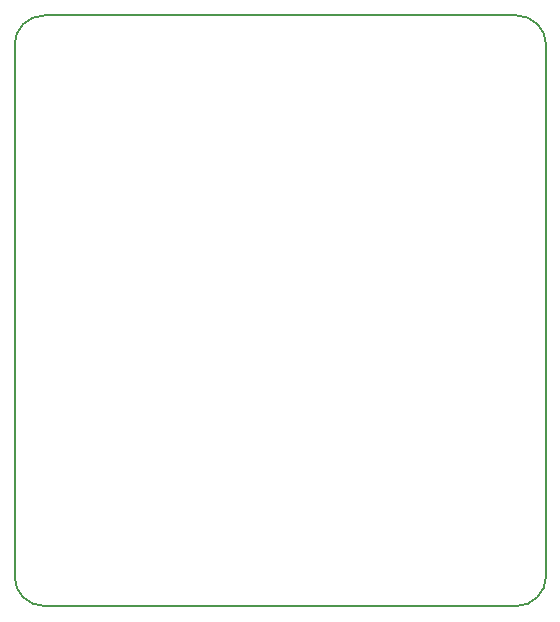
<source format=gbr>
%FSLAX34Y34*%
G04 Gerber Fmt 3.4, Leading zero omitted, Abs format*
G04 (created by PCBNEW (2014-03-19 BZR 4756)-product) date Thu 05 Jun 2014 00:35:02 BST*
%MOIN*%
G01*
G70*
G90*
G04 APERTURE LIST*
%ADD10C,0.005906*%
%ADD11C,0.007900*%
G04 APERTURE END LIST*
G54D10*
G54D11*
X25964Y-39251D02*
G75*
G03X26948Y-40236I984J0D01*
G74*
G01*
X42696Y-40236D02*
G75*
G03X43681Y-39251I0J984D01*
G74*
G01*
X43681Y-21535D02*
G75*
G03X42696Y-20551I-984J0D01*
G74*
G01*
X26948Y-20551D02*
G75*
G03X25964Y-21535I0J-984D01*
G74*
G01*
X25964Y-39251D02*
X25964Y-21535D01*
X42696Y-40236D02*
X26948Y-40236D01*
X42696Y-20551D02*
X26948Y-20551D01*
X43681Y-39251D02*
X43681Y-21535D01*
M02*

</source>
